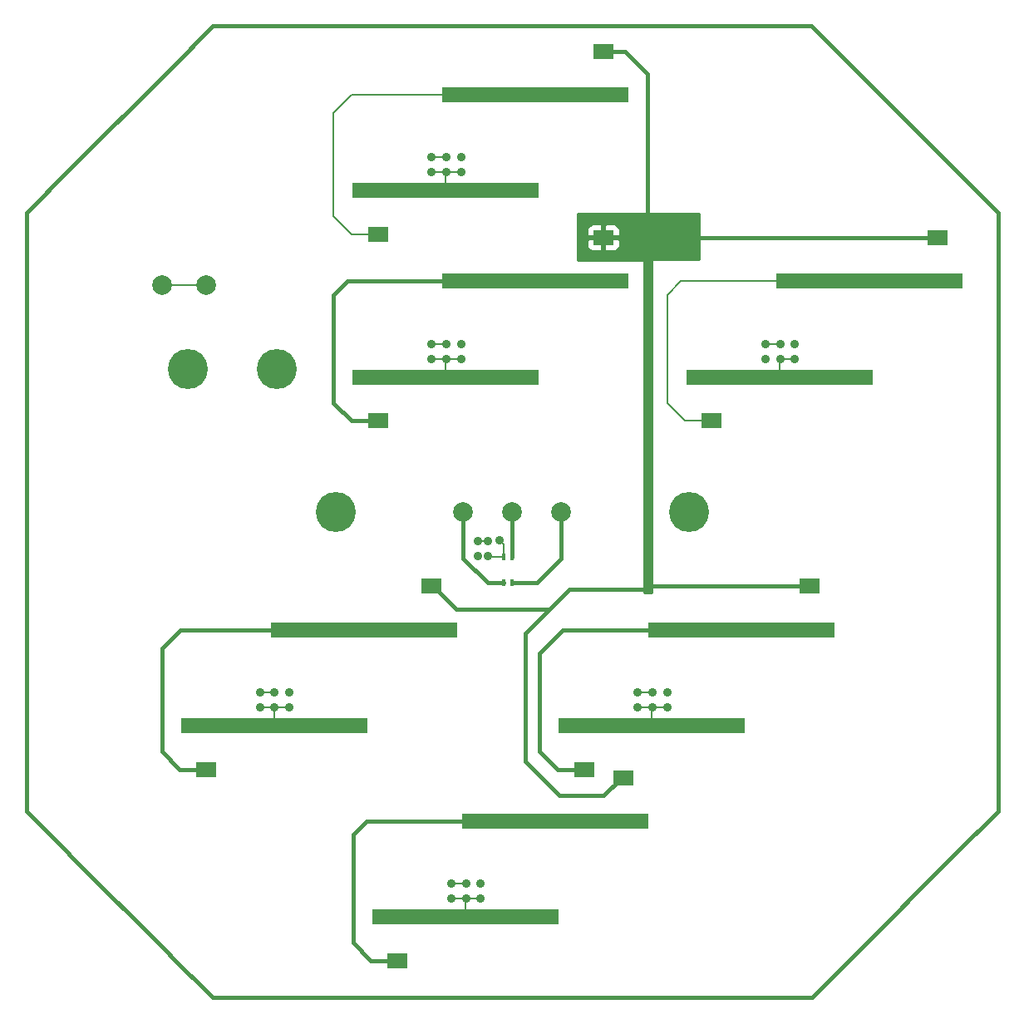
<source format=gtl>
G04 (created by PCBNEW (2013-june-11)-stable) date Sun 22 Dec 2013 01:43:27 AM CST*
%MOIN*%
G04 Gerber Fmt 3.4, Leading zero omitted, Abs format*
%FSLAX34Y34*%
G01*
G70*
G90*
G04 APERTURE LIST*
%ADD10C,0.00590551*%
%ADD11C,0.015*%
%ADD12C,0.16*%
%ADD13C,0.0787*%
%ADD14R,0.0138X0.0295*%
%ADD15R,0.081X0.06*%
%ADD16R,0.75X0.06*%
%ADD17C,0.035*%
%ADD18C,0.008*%
%ADD19C,0.01*%
G04 APERTURE END LIST*
G54D10*
G54D11*
X59122Y-27015D02*
X35114Y-27015D01*
X66607Y-58488D02*
X66607Y-34504D01*
X35114Y-65984D02*
X59142Y-65984D01*
X27638Y-58504D02*
X27638Y-34500D01*
X33390Y-64256D02*
X35110Y-65976D01*
X27643Y-58508D02*
X27642Y-58508D01*
X29351Y-60216D02*
X27643Y-58508D01*
X59142Y-65969D02*
X59142Y-65980D01*
X60851Y-64260D02*
X59142Y-65969D01*
X66607Y-58503D02*
X66607Y-58500D01*
X64890Y-60220D02*
X66607Y-58503D01*
X66603Y-34492D02*
X66603Y-34496D01*
X64886Y-32775D02*
X66603Y-34492D01*
X59126Y-27015D02*
X59126Y-27012D01*
X60843Y-28732D02*
X59126Y-27015D01*
X33402Y-28728D02*
X35118Y-27012D01*
X27638Y-34495D02*
X27638Y-34496D01*
X29358Y-32775D02*
X27638Y-34495D01*
X29355Y-32779D02*
X33402Y-28732D01*
X64890Y-32779D02*
X60843Y-28732D01*
X60843Y-64267D02*
X64890Y-60220D01*
X33402Y-64267D02*
X29358Y-60223D01*
G54D12*
X34134Y-40787D03*
X37677Y-40787D03*
X40039Y-46496D03*
X54212Y-46496D03*
G54D13*
X47126Y-46496D03*
X49095Y-46496D03*
X45158Y-46496D03*
X33070Y-37401D03*
X34842Y-37401D03*
G54D14*
X47116Y-48288D03*
X46782Y-48288D03*
X46782Y-49350D03*
X47116Y-49350D03*
G54D15*
X43894Y-49478D03*
G54D16*
X41169Y-51228D03*
G54D15*
X34845Y-56821D03*
G54D16*
X37570Y-55071D03*
G54D15*
X51571Y-57155D03*
G54D16*
X48846Y-58905D03*
G54D15*
X42523Y-64498D03*
G54D16*
X45248Y-62748D03*
G54D15*
X59051Y-49478D03*
G54D16*
X56326Y-51228D03*
G54D15*
X50003Y-56821D03*
G54D16*
X52728Y-55071D03*
G54D15*
X64169Y-35501D03*
G54D16*
X61444Y-37251D03*
G54D15*
X55121Y-42844D03*
G54D16*
X57846Y-41094D03*
G54D15*
X50784Y-28021D03*
G54D16*
X48059Y-29771D03*
G54D15*
X41735Y-35364D03*
G54D16*
X44460Y-33614D03*
G54D15*
X50784Y-35501D03*
G54D16*
X48059Y-37251D03*
G54D15*
X41735Y-42844D03*
G54D16*
X44460Y-41094D03*
G54D17*
X54133Y-36023D03*
X54133Y-35433D03*
X54133Y-34842D03*
X53543Y-34842D03*
X53543Y-35433D03*
X53543Y-36023D03*
X52952Y-36023D03*
X52952Y-35433D03*
X52952Y-34842D03*
X52362Y-34842D03*
X52362Y-35433D03*
X52362Y-36023D03*
X51771Y-36023D03*
X51771Y-35433D03*
X51771Y-34842D03*
X58464Y-39763D03*
X58464Y-40354D03*
X57283Y-40354D03*
X57283Y-39763D03*
X57874Y-39763D03*
X57874Y-40354D03*
X45078Y-39763D03*
X45078Y-40354D03*
X43897Y-40354D03*
X43897Y-39763D03*
X44488Y-39763D03*
X44488Y-40354D03*
X53346Y-53740D03*
X53346Y-54330D03*
X52165Y-54330D03*
X52165Y-53740D03*
X52755Y-53740D03*
X52755Y-54330D03*
X45866Y-61417D03*
X45866Y-62007D03*
X44685Y-62007D03*
X44685Y-61417D03*
X45275Y-61417D03*
X45275Y-62007D03*
X38188Y-53740D03*
X38188Y-54330D03*
X37007Y-54330D03*
X37007Y-53740D03*
X37598Y-53740D03*
X37598Y-54330D03*
X45078Y-32283D03*
X45078Y-32874D03*
X43897Y-32874D03*
X43897Y-32283D03*
X44488Y-32283D03*
X44488Y-32874D03*
X45748Y-48267D03*
X45748Y-47677D03*
X46614Y-47638D03*
X46142Y-48267D03*
X46142Y-47677D03*
G54D11*
X64169Y-35501D02*
X54133Y-35501D01*
X54133Y-35501D02*
X54133Y-35629D01*
X59051Y-49478D02*
X52687Y-49478D01*
X49409Y-49606D02*
X48622Y-50393D01*
X49409Y-49606D02*
X52559Y-49606D01*
X52687Y-49478D02*
X52559Y-49606D01*
X51571Y-57155D02*
X51506Y-57155D01*
X47637Y-51377D02*
X48622Y-50393D01*
X47637Y-56496D02*
X47637Y-51377D01*
X49015Y-57874D02*
X47637Y-56496D01*
X50787Y-57874D02*
X49015Y-57874D01*
X51506Y-57155D02*
X50787Y-57874D01*
X43894Y-49478D02*
X43966Y-49478D01*
X44881Y-50393D02*
X48622Y-50393D01*
X43966Y-49478D02*
X44881Y-50393D01*
X52559Y-34842D02*
X51771Y-34842D01*
X51643Y-28021D02*
X52559Y-28937D01*
X52559Y-28937D02*
X52559Y-34842D01*
X50784Y-28021D02*
X51643Y-28021D01*
X54133Y-35433D02*
X54133Y-35629D01*
X54133Y-35629D02*
X54133Y-35826D01*
X54133Y-35826D02*
X54133Y-36023D01*
X53543Y-34842D02*
X54133Y-34842D01*
X53543Y-36023D02*
X53543Y-35433D01*
X52952Y-35433D02*
X52952Y-36023D01*
X52362Y-34842D02*
X52952Y-34842D01*
X52362Y-36023D02*
X52362Y-35433D01*
X51771Y-35433D02*
X51771Y-36023D01*
G54D18*
X57874Y-40354D02*
X58464Y-40354D01*
X57846Y-41094D02*
X57846Y-40381D01*
X57874Y-39763D02*
X57283Y-39763D01*
X57846Y-40381D02*
X57874Y-40354D01*
X44460Y-41094D02*
X44460Y-40381D01*
X43897Y-40354D02*
X45078Y-40354D01*
X44488Y-39763D02*
X43897Y-39763D01*
X44460Y-40381D02*
X44488Y-40354D01*
X52728Y-55071D02*
X52728Y-54358D01*
X52165Y-54330D02*
X53346Y-54330D01*
X52755Y-53740D02*
X52165Y-53740D01*
X52728Y-54358D02*
X52755Y-54330D01*
X45248Y-62748D02*
X45248Y-62035D01*
X44685Y-62007D02*
X45866Y-62007D01*
X45275Y-61417D02*
X44685Y-61417D01*
X45248Y-62035D02*
X45275Y-62007D01*
X37570Y-55071D02*
X37570Y-54358D01*
X37007Y-54330D02*
X38188Y-54330D01*
X37598Y-53740D02*
X37007Y-53740D01*
X37570Y-54358D02*
X37598Y-54330D01*
X44460Y-33614D02*
X44460Y-32901D01*
X43897Y-32874D02*
X45078Y-32874D01*
X44488Y-32283D02*
X43897Y-32283D01*
X44460Y-32901D02*
X44488Y-32874D01*
X46782Y-47806D02*
X46614Y-47638D01*
X46142Y-47677D02*
X45748Y-47677D01*
X46163Y-48288D02*
X46142Y-48267D01*
X46782Y-48288D02*
X46782Y-47806D01*
X46782Y-48288D02*
X46163Y-48288D01*
G54D11*
X41735Y-42844D02*
X40679Y-42844D01*
X40504Y-37251D02*
X48059Y-37251D01*
X39960Y-37795D02*
X40504Y-37251D01*
X39960Y-42125D02*
X39960Y-37795D01*
X40679Y-42844D02*
X39960Y-42125D01*
G54D18*
X55121Y-42844D02*
X54065Y-42844D01*
X53890Y-37251D02*
X61444Y-37251D01*
X53346Y-37795D02*
X53890Y-37251D01*
X53346Y-42125D02*
X53346Y-37795D01*
X54065Y-42844D02*
X53346Y-42125D01*
X41735Y-35364D02*
X40679Y-35364D01*
X40701Y-29771D02*
X48059Y-29771D01*
X39960Y-30511D02*
X40701Y-29771D01*
X39960Y-34645D02*
X39960Y-30511D01*
X40679Y-35364D02*
X39960Y-34645D01*
X33070Y-37401D02*
X34842Y-37401D01*
G54D11*
X34845Y-56821D02*
X33789Y-56821D01*
X33811Y-51228D02*
X41169Y-51228D01*
X33070Y-51968D02*
X33811Y-51228D01*
X33070Y-56102D02*
X33070Y-51968D01*
X33789Y-56821D02*
X33070Y-56102D01*
X47116Y-49350D02*
X48111Y-49350D01*
X49095Y-48366D02*
X49095Y-46496D01*
X48111Y-49350D02*
X49095Y-48366D01*
X45158Y-48366D02*
X45158Y-46496D01*
X46142Y-49350D02*
X45158Y-48366D01*
X46782Y-49350D02*
X46142Y-49350D01*
X47126Y-46496D02*
X47126Y-48278D01*
X47126Y-48278D02*
X47116Y-48288D01*
X42523Y-64498D02*
X41466Y-64498D01*
X41291Y-58905D02*
X48846Y-58905D01*
X40748Y-59448D02*
X41291Y-58905D01*
X40748Y-63779D02*
X40748Y-59448D01*
X41466Y-64498D02*
X40748Y-63779D01*
X50003Y-56821D02*
X48947Y-56821D01*
X49165Y-51228D02*
X56326Y-51228D01*
X48228Y-52165D02*
X49165Y-51228D01*
X48228Y-56102D02*
X48228Y-52165D01*
X48947Y-56821D02*
X48228Y-56102D01*
G54D10*
G36*
X54608Y-36367D02*
X52705Y-36367D01*
X52705Y-49753D01*
X52412Y-49753D01*
X52412Y-36406D01*
X51439Y-36406D01*
X51439Y-35851D01*
X51439Y-35152D01*
X51401Y-35060D01*
X51330Y-34989D01*
X51239Y-34951D01*
X51139Y-34951D01*
X50896Y-34951D01*
X50834Y-35014D01*
X50834Y-35451D01*
X51376Y-35451D01*
X51439Y-35389D01*
X51439Y-35152D01*
X51439Y-35851D01*
X51439Y-35614D01*
X51376Y-35551D01*
X50834Y-35551D01*
X50834Y-35989D01*
X50896Y-36051D01*
X51139Y-36051D01*
X51239Y-36051D01*
X51330Y-36013D01*
X51401Y-35943D01*
X51439Y-35851D01*
X51439Y-36406D01*
X50734Y-36406D01*
X50734Y-35989D01*
X50734Y-35551D01*
X50734Y-35451D01*
X50734Y-35014D01*
X50671Y-34951D01*
X50428Y-34951D01*
X50329Y-34951D01*
X50237Y-34989D01*
X50166Y-35060D01*
X50129Y-35152D01*
X50129Y-35389D01*
X50191Y-35451D01*
X50734Y-35451D01*
X50734Y-35551D01*
X50191Y-35551D01*
X50129Y-35614D01*
X50129Y-35851D01*
X50166Y-35943D01*
X50237Y-36013D01*
X50329Y-36051D01*
X50428Y-36051D01*
X50671Y-36051D01*
X50734Y-35989D01*
X50734Y-36406D01*
X49735Y-36406D01*
X49735Y-34538D01*
X54608Y-34538D01*
X54608Y-36367D01*
X54608Y-36367D01*
G37*
G54D19*
X54608Y-36367D02*
X52705Y-36367D01*
X52705Y-49753D01*
X52412Y-49753D01*
X52412Y-36406D01*
X51439Y-36406D01*
X51439Y-35851D01*
X51439Y-35152D01*
X51401Y-35060D01*
X51330Y-34989D01*
X51239Y-34951D01*
X51139Y-34951D01*
X50896Y-34951D01*
X50834Y-35014D01*
X50834Y-35451D01*
X51376Y-35451D01*
X51439Y-35389D01*
X51439Y-35152D01*
X51439Y-35851D01*
X51439Y-35614D01*
X51376Y-35551D01*
X50834Y-35551D01*
X50834Y-35989D01*
X50896Y-36051D01*
X51139Y-36051D01*
X51239Y-36051D01*
X51330Y-36013D01*
X51401Y-35943D01*
X51439Y-35851D01*
X51439Y-36406D01*
X50734Y-36406D01*
X50734Y-35989D01*
X50734Y-35551D01*
X50734Y-35451D01*
X50734Y-35014D01*
X50671Y-34951D01*
X50428Y-34951D01*
X50329Y-34951D01*
X50237Y-34989D01*
X50166Y-35060D01*
X50129Y-35152D01*
X50129Y-35389D01*
X50191Y-35451D01*
X50734Y-35451D01*
X50734Y-35551D01*
X50191Y-35551D01*
X50129Y-35614D01*
X50129Y-35851D01*
X50166Y-35943D01*
X50237Y-36013D01*
X50329Y-36051D01*
X50428Y-36051D01*
X50671Y-36051D01*
X50734Y-35989D01*
X50734Y-36406D01*
X49735Y-36406D01*
X49735Y-34538D01*
X54608Y-34538D01*
X54608Y-36367D01*
M02*

</source>
